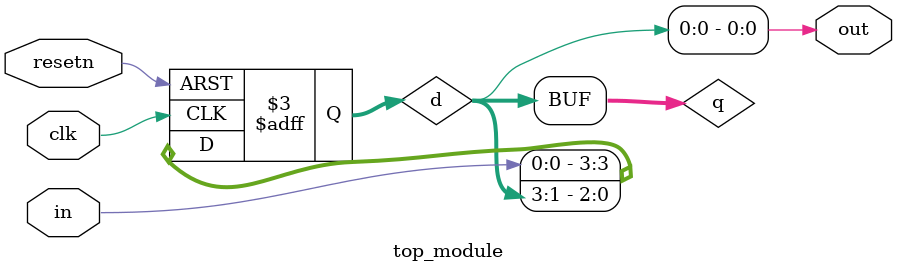
<source format=sv>
module top_module (
    input clk,
    input resetn,
    input in,
    output out
);
    reg [3:0] d;
    wire [3:0] q;

    // Implement D flip-flops
    always @(posedge clk or negedge resetn) begin
        if (!resetn) begin
            d <= 4'b0;
        end else begin
            d <= {in, d[3:1]};
        end
    end

    // Connect D flip-flops to output
    assign q = d;

    // Output
    assign out = q[0];
endmodule

</source>
